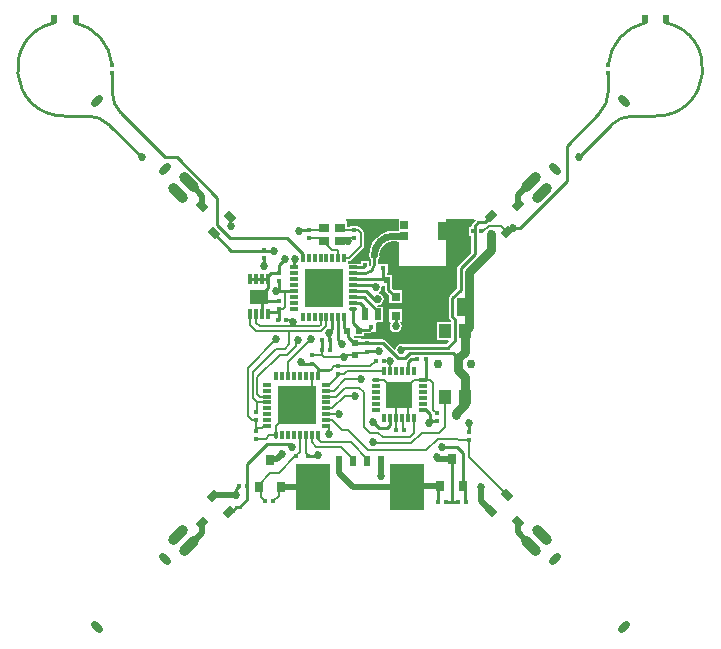
<source format=gtl>
%FSLAX25Y25*%
%MOIN*%
G70*
G01*
G75*
G04 Layer_Physical_Order=1*
G04 Layer_Color=255*
%ADD10C,0.01000*%
%ADD11C,0.01100*%
%ADD12C,0.02200*%
%ADD13R,0.01772X0.01575*%
%ADD14R,0.01575X0.01772*%
%ADD15R,0.02362X0.03347*%
%ADD16R,0.02756X0.03150*%
%ADD17R,0.03937X0.04724*%
%ADD18R,0.03150X0.02559*%
%ADD19R,0.03150X0.06299*%
%ADD20R,0.01181X0.03543*%
%ADD21R,0.06299X0.05118*%
%ADD22R,0.03543X0.03150*%
%ADD23R,0.01181X0.03150*%
%ADD24R,0.03150X0.01181*%
%ADD25O,0.03150X0.01181*%
%ADD26R,0.02559X0.03740*%
G04:AMPARAMS|DCode=27|XSize=37.4mil|YSize=25.59mil|CornerRadius=0mil|HoleSize=0mil|Usage=FLASHONLY|Rotation=135.000|XOffset=0mil|YOffset=0mil|HoleType=Round|Shape=Rectangle|*
%AMROTATEDRECTD27*
4,1,4,0.02227,-0.00418,0.00418,-0.02227,-0.02227,0.00418,-0.00418,0.02227,0.02227,-0.00418,0.0*
%
%ADD27ROTATEDRECTD27*%

G04:AMPARAMS|DCode=28|XSize=37.4mil|YSize=25.59mil|CornerRadius=0mil|HoleSize=0mil|Usage=FLASHONLY|Rotation=45.000|XOffset=0mil|YOffset=0mil|HoleType=Round|Shape=Rectangle|*
%AMROTATEDRECTD28*
4,1,4,-0.00418,-0.02227,-0.02227,-0.00418,0.00418,0.02227,0.02227,0.00418,-0.00418,-0.02227,0.0*
%
%ADD28ROTATEDRECTD28*%

%ADD29R,0.12598X0.12598*%
%ADD30R,0.12598X0.12598*%
%ADD31O,0.01181X0.03150*%
%ADD32R,0.03100X0.03100*%
%ADD33R,0.01969X0.03937*%
%ADD34R,0.05315X0.05906*%
%ADD35R,0.01969X0.02362*%
%ADD36R,0.02362X0.01969*%
%ADD37R,0.01181X0.01575*%
%ADD38R,0.11811X0.15748*%
%ADD39R,0.02205X0.02677*%
%ADD40C,0.02000*%
%ADD41C,0.00800*%
%ADD42C,0.03000*%
%ADD43C,0.02953*%
%ADD44O,0.02756X0.02953*%
G04:AMPARAMS|DCode=45|XSize=35.43mil|YSize=78.74mil|CornerRadius=0mil|HoleSize=0mil|Usage=FLASHONLY|Rotation=225.000|XOffset=0mil|YOffset=0mil|HoleType=Round|Shape=Round|*
%AMOVALD45*
21,1,0.04331,0.03543,0.00000,0.00000,315.0*
1,1,0.03543,-0.01531,0.01531*
1,1,0.03543,0.01531,-0.01531*
%
%ADD45OVALD45*%

G04:AMPARAMS|DCode=46|XSize=47.24mil|YSize=23.62mil|CornerRadius=0mil|HoleSize=0mil|Usage=FLASHONLY|Rotation=225.000|XOffset=0mil|YOffset=0mil|HoleType=Round|Shape=Round|*
%AMOVALD46*
21,1,0.02362,0.02362,0.00000,0.00000,225.0*
1,1,0.02362,0.00835,0.00835*
1,1,0.02362,-0.00835,-0.00835*
%
%ADD46OVALD46*%

G04:AMPARAMS|DCode=47|XSize=35.43mil|YSize=78.74mil|CornerRadius=0mil|HoleSize=0mil|Usage=FLASHONLY|Rotation=135.000|XOffset=0mil|YOffset=0mil|HoleType=Round|Shape=Round|*
%AMOVALD47*
21,1,0.04331,0.03543,0.00000,0.00000,225.0*
1,1,0.03543,0.01531,0.01531*
1,1,0.03543,-0.01531,-0.01531*
%
%ADD47OVALD47*%

G04:AMPARAMS|DCode=48|XSize=47.24mil|YSize=23.62mil|CornerRadius=0mil|HoleSize=0mil|Usage=FLASHONLY|Rotation=135.000|XOffset=0mil|YOffset=0mil|HoleType=Round|Shape=Round|*
%AMOVALD48*
21,1,0.02362,0.02362,0.00000,0.00000,135.0*
1,1,0.02362,0.00835,-0.00835*
1,1,0.02362,-0.00835,0.00835*
%
%ADD48OVALD48*%

%ADD49C,0.02700*%
G36*
X253543Y231496D02*
X244882D01*
Y240158D01*
X253543D01*
Y231496D01*
D02*
G37*
G36*
X274598Y294233D02*
X274695Y293998D01*
X273616Y292919D01*
X273373Y292555D01*
X273288Y292126D01*
X273288Y292126D01*
Y291653D01*
X272393D01*
Y288878D01*
X273288D01*
Y283142D01*
X268892Y278746D01*
X268649Y278382D01*
X268564Y277953D01*
X268564Y277953D01*
Y271331D01*
X266136Y268903D01*
X265893Y268539D01*
X265808Y268110D01*
X265808Y268110D01*
Y261811D01*
X265808Y261811D01*
X265893Y261382D01*
X266136Y261018D01*
X266595Y260559D01*
Y260049D01*
X261802D01*
Y254124D01*
X265665D01*
X265856Y253662D01*
X264890Y252696D01*
X250398D01*
X250000Y252776D01*
X249239Y252624D01*
X248594Y252193D01*
X248163Y251548D01*
X248055Y251005D01*
X247577Y250860D01*
X244494Y253943D01*
X244130Y254186D01*
X243701Y254271D01*
X243701Y254271D01*
X239970D01*
Y254439D01*
X237195D01*
Y254271D01*
X236427D01*
Y254734D01*
X234324D01*
X234212Y255004D01*
Y255275D01*
X234243Y255306D01*
D01*
X234243Y255306D01*
X237411D01*
Y256359D01*
X239173D01*
X239173Y256359D01*
X239602Y256444D01*
X239966Y256687D01*
X240159Y256880D01*
X241446D01*
Y259655D01*
X241446D01*
Y259676D01*
X241800Y260030D01*
X243907D01*
Y265167D01*
X242325D01*
X242000Y265492D01*
X242126Y265728D01*
X242887Y265880D01*
X243532Y266311D01*
X243963Y266956D01*
X244114Y267717D01*
X243963Y268477D01*
X243532Y269122D01*
X242887Y269553D01*
X242126Y269705D01*
X242122Y269704D01*
X242099Y269817D01*
X242744Y270248D01*
X243175Y270893D01*
X243327Y271654D01*
X243298Y271796D01*
X243576Y272212D01*
X243691Y272235D01*
X243691Y272235D01*
X243691Y272235D01*
X244548D01*
Y270817D01*
X244548Y270817D01*
X244633Y270387D01*
X244876Y270023D01*
X245882Y269018D01*
Y266304D01*
X250182D01*
Y270604D01*
X247468D01*
X246791Y271281D01*
Y272235D01*
X246860D01*
Y275797D01*
X245019D01*
Y276565D01*
X245384D01*
Y279340D01*
X242412D01*
D01*
X242412D01*
X242117Y279635D01*
Y280994D01*
X242171Y281030D01*
X242546Y281592D01*
X242678Y282256D01*
X242678D01*
X242655Y282281D01*
X242823Y283553D01*
X243324Y284762D01*
X244072Y285737D01*
X244139Y285782D01*
X244169Y285827D01*
X244954Y286430D01*
X245918Y286829D01*
X246900Y286958D01*
X246953Y286948D01*
X248613D01*
Y286802D01*
X249213D01*
Y278740D01*
X264961D01*
Y294460D01*
X274258D01*
X274598Y294233D01*
D02*
G37*
G36*
X249213Y290561D02*
X248613D01*
Y290414D01*
X246953D01*
Y290417D01*
X245500Y290274D01*
X244102Y289850D01*
X242815Y289162D01*
X241686Y288235D01*
X241683Y288239D01*
X240630Y286957D01*
X239848Y285494D01*
X239367Y283906D01*
X239204Y282256D01*
X239212D01*
X239344Y281592D01*
X239719Y281030D01*
X239772Y280994D01*
Y279066D01*
X239773Y279062D01*
X239746Y278927D01*
X239284Y278736D01*
X239183Y278803D01*
Y280423D01*
X236408D01*
Y279537D01*
X236033D01*
Y279537D01*
X232096D01*
Y280280D01*
X232480D01*
X232871Y280357D01*
X233201Y280578D01*
X237335Y284712D01*
X237556Y285043D01*
X237634Y285433D01*
Y289764D01*
X237556Y290154D01*
X237335Y290485D01*
X236351Y291469D01*
X236020Y291690D01*
X235864Y291721D01*
X235639Y291766D01*
Y292234D01*
X232865D01*
Y291768D01*
X231899D01*
Y293710D01*
X231496D01*
Y294460D01*
X249213D01*
Y290561D01*
D02*
G37*
%LPC*%
G36*
X250182Y264404D02*
X245882D01*
Y260104D01*
X246120D01*
X246356Y259663D01*
X246195Y259422D01*
X246043Y258661D01*
X246195Y257901D01*
X246626Y257256D01*
X247271Y256825D01*
X248031Y256673D01*
X248792Y256825D01*
X249437Y257256D01*
X249868Y257901D01*
X250020Y258661D01*
X249868Y259422D01*
X249437Y260067D01*
X249449Y260104D01*
X250182D01*
Y264404D01*
D02*
G37*
%LPD*%
D10*
X331346Y359887D02*
G03*
X318958Y345861I3300J-15398D01*
G01*
X153483D02*
G03*
X141095Y359887I-15688J-1373D01*
G01*
X153543Y336819D02*
G03*
X156472Y329748I10000J0D01*
G01*
X134496Y359887D02*
G03*
X137795Y328740I3300J-15398D01*
G01*
X152535Y325811D02*
G03*
X145464Y328740I-7071J-7071D01*
G01*
X315969Y329748D02*
G03*
X318898Y336819I-7071J7071D01*
G01*
X326977Y328740D02*
G03*
X319906Y325811I0J-10000D01*
G01*
X334646Y328740D02*
G03*
X337945Y359887I0J15748D01*
G01*
X238779Y250394D02*
X242520D01*
X198622Y200984D02*
Y212795D01*
X196063Y198425D02*
X198622Y200984D01*
X194882Y198425D02*
X196063D01*
X194882Y202362D02*
Y204528D01*
X195866Y205512D01*
X193701Y197244D02*
X194882Y198425D01*
X198622Y212795D02*
X205118Y219291D01*
X234646Y253150D02*
X243701D01*
X274410Y282677D02*
Y292126D01*
X250394Y251575D02*
X265354D01*
X267717Y253937D01*
Y261024D01*
X266929Y261811D02*
X267717Y261024D01*
X276634Y290265D02*
X276905D01*
X277953Y293307D02*
X279921Y295276D01*
X275590Y293307D02*
X277953D01*
X274410Y292126D02*
X275590Y293307D01*
X266929Y268110D02*
X269685Y270866D01*
X266929Y261811D02*
Y268110D01*
X287205Y291535D02*
X289567D01*
X305118Y307087D01*
Y318898D01*
X265354Y292520D02*
X266929D01*
X263386Y290551D02*
X265354Y292520D01*
X269685Y277953D02*
X274410Y282677D01*
X269685Y270866D02*
Y277953D01*
X211811Y288189D02*
X217126Y282874D01*
Y281299D02*
Y282874D01*
X214173Y278346D02*
Y280709D01*
X267323Y249606D02*
X268898Y248031D01*
X252756Y249606D02*
X267323D01*
X251181Y248031D02*
X252756Y249606D01*
X248819Y248031D02*
X251181D01*
X243701Y253150D02*
X248819Y248031D01*
X258071Y240945D02*
Y247638D01*
X253150D02*
X255315D01*
X252165Y246654D02*
X253150Y247638D01*
X171260Y314961D02*
X175197D01*
X188583Y301575D01*
Y292520D02*
Y301575D01*
Y292520D02*
X192913Y288189D01*
X211811D01*
X187402Y289764D02*
X193307Y283858D01*
X204331Y278740D02*
Y281299D01*
X209055Y279134D02*
X211024Y281102D01*
X209055Y276575D02*
Y279134D01*
X218898Y215354D02*
X221654D01*
X258071Y230906D02*
X259449Y229528D01*
Y227647D02*
Y229528D01*
X260127Y226969D02*
X261811D01*
X263386Y218504D02*
X268504D01*
X270472Y216535D01*
Y205512D02*
Y216535D01*
X202559Y268504D02*
X205512Y271457D01*
Y274410D01*
Y275590D02*
X206496Y276575D01*
X209055D01*
X203937Y267126D02*
X209055D01*
Y270669D02*
Y273819D01*
X211024Y270472D02*
X214173D01*
X209252D02*
X211024D01*
X209055Y263386D02*
Y264370D01*
Y260827D02*
Y263386D01*
X223425Y250787D02*
Y253937D01*
X233858Y272441D02*
X241339D01*
X226181Y250787D02*
Y253937D01*
X225984Y254331D02*
Y256299D01*
Y256693D02*
X226969Y257677D01*
Y261614D01*
X242520Y258071D02*
X242717Y258268D01*
X228937Y254134D02*
Y261614D01*
X232258Y255143D02*
Y256718D01*
Y255143D02*
X233858Y253543D01*
X233858Y259842D02*
X236221Y257480D01*
X236221Y257480D02*
X239173D01*
X239961Y258268D01*
X230906Y258071D02*
X231890Y257087D01*
X230906Y258071D02*
Y261614D01*
X247244Y261467D02*
X248031Y262254D01*
X245669Y270817D02*
X248031Y268454D01*
X262205Y200197D02*
Y204724D01*
X262008Y200000D02*
X262205Y200197D01*
X271260Y200197D02*
Y204724D01*
Y200197D02*
X271457Y200000D01*
X266732Y200197D02*
Y214567D01*
X264764Y200000D02*
X268701D01*
X233858Y259842D02*
Y264567D01*
X237635Y262598D02*
Y265121D01*
X237205Y278346D02*
X237795Y278937D01*
X233858Y278346D02*
X237205D01*
X233858Y274409D02*
X245079D01*
X245669Y270817D02*
Y273622D01*
X245276Y274016D02*
X245669Y273622D01*
X238189Y270472D02*
X241486Y267176D01*
X233858Y270472D02*
X238189D01*
X237402Y268504D02*
X242323Y263583D01*
X233858Y268504D02*
X237402D01*
X236221Y266535D02*
X237635Y265121D01*
X233858Y266535D02*
X236221D01*
X203543Y262598D02*
Y267520D01*
Y274410D02*
X205512D01*
X201575D02*
X203543D01*
X199606D02*
X201575D01*
X193307Y283858D02*
X208268D01*
X252165Y243701D02*
Y246654D01*
X222047Y242126D02*
Y244882D01*
X246260Y225787D02*
Y227953D01*
X245276Y224803D02*
X246260Y225787D01*
X242520Y224803D02*
X245276D01*
X240551Y226772D02*
X242520Y224803D01*
X222163Y244094D02*
X225984D01*
X243898Y274606D02*
Y277953D01*
X205118Y219291D02*
X212598D01*
X213386Y218504D01*
X216535Y246260D02*
X220079D01*
X205512Y263386D02*
X209055D01*
X259449Y227647D02*
X260127Y226969D01*
X248031Y258661D02*
Y262254D01*
X228937Y254134D02*
X230315Y252756D01*
X220079Y246260D02*
X220669D01*
X222047Y244882D01*
X215945Y290748D02*
X219291D01*
X215748Y290551D02*
X215945Y290748D01*
X272441Y223425D02*
Y226378D01*
X156472Y329748D02*
X171260Y314961D01*
X153543Y336819D02*
Y343110D01*
X318898Y336819D02*
Y343110D01*
X152535Y325811D02*
X163386Y314961D01*
X137795Y328740D02*
X145464D01*
X305118Y318898D02*
X315969Y329748D01*
X309055Y314961D02*
X319906Y325811D01*
X326977Y328740D02*
X334646D01*
D11*
X240158Y277165D02*
G03*
X240945Y279066I-1901J1901D01*
G01*
X238257Y276378D02*
G03*
X240158Y277165I0J2688D01*
G01*
X233858Y276378D02*
X238257D01*
X240945Y279066D02*
Y282256D01*
D12*
X242913Y287008D02*
G03*
X240945Y282256I4752J-4752D01*
G01*
X246953Y288681D02*
G03*
X242913Y287008I0J-5713D01*
G01*
X246953Y288681D02*
X250787D01*
D13*
X241535Y247244D02*
D03*
X244291D02*
D03*
X208858Y260630D02*
D03*
X211614D02*
D03*
X198622Y205512D02*
D03*
X195866D02*
D03*
X273879Y290265D02*
D03*
X276634D02*
D03*
X250984Y224016D02*
D03*
X248228D02*
D03*
X255315Y247638D02*
D03*
X258071D02*
D03*
X264764Y200000D02*
D03*
X262008D02*
D03*
X271457D02*
D03*
X268701D02*
D03*
X204528Y200394D02*
D03*
X207283D02*
D03*
X226181Y253937D02*
D03*
X223425D02*
D03*
X226181Y250787D02*
D03*
X223425D02*
D03*
X242717Y258268D02*
D03*
X239961D02*
D03*
X243898Y277953D02*
D03*
X246654D02*
D03*
D14*
X228740Y245472D02*
D03*
Y242717D02*
D03*
X201575Y227362D02*
D03*
Y230118D02*
D03*
X272441Y220669D02*
D03*
Y223425D02*
D03*
X204331Y284055D02*
D03*
Y281299D02*
D03*
X153543Y345866D02*
D03*
Y343110D02*
D03*
X318898Y345866D02*
D03*
Y343110D02*
D03*
X220079Y246260D02*
D03*
Y249016D02*
D03*
X261811Y226969D02*
D03*
Y229724D02*
D03*
X234252Y290748D02*
D03*
Y287992D02*
D03*
X219291D02*
D03*
Y290748D02*
D03*
X201575Y221063D02*
D03*
Y223819D02*
D03*
X209055Y267126D02*
D03*
Y264370D02*
D03*
X237795Y278937D02*
D03*
Y281693D02*
D03*
X238583Y252953D02*
D03*
Y250197D02*
D03*
X209055Y273819D02*
D03*
Y276575D02*
D03*
D15*
X233858Y213779D02*
D03*
X229134D02*
D03*
X238583D02*
D03*
X243307D02*
D03*
D16*
X224606Y198917D02*
D03*
X247835D02*
D03*
D17*
X264370Y235039D02*
D03*
X271063D02*
D03*
X264370Y257087D02*
D03*
X271063D02*
D03*
D18*
X250787Y292421D02*
D03*
Y288681D02*
D03*
D19*
X263386Y290551D02*
D03*
D20*
X205512Y274410D02*
D03*
X203543D02*
D03*
X201575D02*
D03*
X199606D02*
D03*
X205512Y262598D02*
D03*
X203543D02*
D03*
X201575D02*
D03*
X199606D02*
D03*
D21*
X202559Y268504D02*
D03*
D22*
X224016Y291535D02*
D03*
Y287205D02*
D03*
X229528Y291535D02*
D03*
Y287205D02*
D03*
D23*
X244291Y243701D02*
D03*
X246260D02*
D03*
X248228D02*
D03*
X250197D02*
D03*
X252165D02*
D03*
X254134D02*
D03*
Y227953D02*
D03*
X252165D02*
D03*
X250197D02*
D03*
X248228D02*
D03*
X246260D02*
D03*
X244291D02*
D03*
X230906Y261614D02*
D03*
X228937D02*
D03*
X226969D02*
D03*
X225000D02*
D03*
X223031D02*
D03*
X221063D02*
D03*
X219094D02*
D03*
X217126D02*
D03*
Y281299D02*
D03*
X219094D02*
D03*
X221063D02*
D03*
X223031D02*
D03*
X225000D02*
D03*
X226969D02*
D03*
X228937D02*
D03*
X230906D02*
D03*
X210236Y222441D02*
D03*
X212205D02*
D03*
X214173D02*
D03*
X216142D02*
D03*
X218110D02*
D03*
X220079D02*
D03*
X222047D02*
D03*
Y242126D02*
D03*
X220079D02*
D03*
X218110D02*
D03*
X216142D02*
D03*
X214173D02*
D03*
X212205D02*
D03*
X210236D02*
D03*
X208268D02*
D03*
D24*
X257087Y240748D02*
D03*
Y238779D02*
D03*
Y236811D02*
D03*
Y234842D02*
D03*
Y232874D02*
D03*
Y230906D02*
D03*
X241339D02*
D03*
Y232874D02*
D03*
Y234842D02*
D03*
Y236811D02*
D03*
Y238779D02*
D03*
X214173Y264567D02*
D03*
Y266535D02*
D03*
Y268504D02*
D03*
Y270472D02*
D03*
Y272441D02*
D03*
Y274409D02*
D03*
Y276378D02*
D03*
Y278346D02*
D03*
X233858D02*
D03*
Y276378D02*
D03*
Y274409D02*
D03*
Y272441D02*
D03*
Y270472D02*
D03*
Y268504D02*
D03*
Y266535D02*
D03*
X225000Y225394D02*
D03*
Y227362D02*
D03*
Y229331D02*
D03*
Y231299D02*
D03*
Y233268D02*
D03*
Y235236D02*
D03*
Y237205D02*
D03*
Y239173D02*
D03*
X205315D02*
D03*
Y237205D02*
D03*
Y235236D02*
D03*
Y233268D02*
D03*
Y231299D02*
D03*
Y229331D02*
D03*
Y227362D02*
D03*
Y225394D02*
D03*
D25*
X241339Y240748D02*
D03*
X233858Y264567D02*
D03*
D26*
X266732Y214567D02*
D03*
X270472Y205512D02*
D03*
X262992D02*
D03*
X202362Y205118D02*
D03*
X209842D02*
D03*
X206102Y214173D02*
D03*
D27*
X187402Y289764D02*
D03*
X192691Y295053D02*
D03*
X183643Y298811D02*
D03*
X288798Y193315D02*
D03*
X279750Y197073D02*
D03*
X285039Y202362D02*
D03*
D28*
X288969Y299034D02*
D03*
X285211Y289986D02*
D03*
X279921Y295276D02*
D03*
X192520Y196850D02*
D03*
X187230Y202140D02*
D03*
X183472Y193092D02*
D03*
D29*
X224016Y271457D02*
D03*
D30*
X215158Y232283D02*
D03*
D31*
X208268Y222441D02*
D03*
D32*
X248031Y262254D02*
D03*
Y268454D02*
D03*
D33*
X242323Y262598D02*
D03*
X237992D02*
D03*
D34*
X271161Y264961D02*
D03*
X262697D02*
D03*
D35*
X231890Y257087D02*
D03*
X235827D02*
D03*
X245276Y274016D02*
D03*
X249213D02*
D03*
D36*
X234646Y253150D02*
D03*
Y249213D02*
D03*
D37*
X214961Y215354D02*
D03*
X218898D02*
D03*
D38*
X220472Y205118D02*
D03*
X251969D02*
D03*
D39*
X331102Y361024D02*
D03*
X338189D02*
D03*
X141339D02*
D03*
X134252D02*
D03*
D40*
X261811Y214567D02*
X266732D01*
X276378Y200445D02*
X279750Y197073D01*
X276378Y200445D02*
Y205118D01*
X187453Y202362D02*
X194882D01*
X288798Y189943D02*
X293307Y185433D01*
X288798Y189943D02*
Y193315D01*
X183472Y189771D02*
Y193092D01*
X179134Y185433D02*
X183472Y189771D01*
X249606Y205118D02*
X250787Y206299D01*
X288969Y302355D02*
X293307Y306693D01*
X288969Y299034D02*
Y302355D01*
X179134Y306693D02*
X183643Y302183D01*
Y298811D02*
Y302183D01*
X209842Y205118D02*
X220472D01*
X206496Y214567D02*
X208661D01*
X252362Y205512D02*
X262992D01*
X243307Y208957D02*
Y213779D01*
X229134Y209842D02*
Y213779D01*
Y209842D02*
X233858Y205118D01*
X249606D01*
X208661Y214567D02*
X210236Y216142D01*
D41*
X250000Y232677D02*
Y239370D01*
X230315Y287992D02*
X234252D01*
X230315Y249213D02*
X234646D01*
X229528Y248425D02*
X230315Y249213D01*
X272441Y214961D02*
X285039Y202362D01*
X272441Y214961D02*
Y220669D01*
X277273Y290265D02*
X279056Y292049D01*
X283148D01*
X285211Y289986D01*
X246260Y243701D02*
Y247047D01*
X239567Y245276D02*
X241535Y247244D01*
X225787Y239173D02*
X228740Y242126D01*
Y242717D01*
X230906D01*
X231890Y243701D01*
X244291D01*
X256693Y223228D02*
X262598D01*
X253150Y219685D02*
X256693Y223228D01*
X240945Y219685D02*
X253150D01*
X264370Y225000D02*
Y235039D01*
X262598Y223228D02*
X264370Y225000D01*
X260630Y230906D02*
Y239764D01*
Y230906D02*
X261811Y229724D01*
X259646Y240748D02*
X260630Y239764D01*
X268504Y221260D02*
X269094Y220669D01*
X262205Y221260D02*
X268504D01*
X258268Y217323D02*
X262205Y221260D01*
X238976Y217323D02*
X258268D01*
X252756Y221654D02*
X254134Y223031D01*
Y227953D01*
X225984Y222835D02*
Y225197D01*
X248228Y224410D02*
Y227953D01*
X233071Y220079D02*
X238976Y214173D01*
X221654Y218504D02*
X229921D01*
X220079Y220079D02*
X221654Y218504D01*
X220079Y220079D02*
Y222441D01*
X229921Y218504D02*
X234252Y214173D01*
X223228Y220079D02*
X233071D01*
X209055Y202165D02*
Y204331D01*
X207283Y200394D02*
X209055Y202165D01*
X214567Y215354D02*
X216142Y216929D01*
X203150Y201772D02*
Y204331D01*
Y201772D02*
X204528Y200394D01*
X222047Y221260D02*
X223228Y220079D01*
X222047Y221260D02*
Y222441D01*
X216142Y216929D02*
Y222441D01*
X218110Y216535D02*
X218898Y215748D01*
X218110Y216535D02*
Y222441D01*
X202362Y205906D02*
X206299Y209842D01*
X209055D01*
X214567Y215354D01*
X214961D01*
X257087Y240748D02*
X259646D01*
X204134Y225394D02*
X205315D01*
X201575Y224803D02*
Y227362D01*
Y223819D02*
Y224803D01*
X203543D02*
X204134Y225394D01*
X205906Y222441D02*
X208268D01*
X204724Y221260D02*
X205906Y222441D01*
X201772Y221260D02*
X204724D01*
X201575Y221063D02*
X201772Y221260D01*
X211024Y264961D02*
Y270472D01*
X210630Y264567D02*
X211024Y264961D01*
X209252Y264567D02*
X210630D01*
X209055Y264370D02*
X209252Y264567D01*
X211614Y260630D02*
X213386D01*
X199606Y259055D02*
Y262598D01*
Y259055D02*
X201575Y257087D01*
Y259842D02*
Y262598D01*
Y259842D02*
X202756Y258661D01*
X223228Y257087D02*
X225000Y258858D01*
X201575Y257087D02*
X223228D01*
X225984Y254331D02*
X226378Y253937D01*
X225000Y258858D02*
Y261614D01*
X222441Y258661D02*
X223031Y259252D01*
Y261614D01*
X234252Y290748D02*
X235630D01*
X236614Y289764D01*
Y285433D02*
Y289764D01*
X230315Y290748D02*
X234252D01*
X219291D02*
X223228D01*
X219291Y287992D02*
X223228D01*
X224803Y286221D02*
X226772Y284252D01*
X228346D02*
X228937Y283661D01*
X226772Y284252D02*
X228346D01*
X228937Y281299D02*
Y283661D01*
X232480Y281299D02*
X236614Y285433D01*
X230906Y281299D02*
X232480D01*
X215158Y232283D02*
X220079Y237204D01*
X208268Y225393D02*
X215158Y232283D01*
X220079Y237204D02*
Y242126D01*
X208268Y222441D02*
Y225393D01*
X250000Y232677D02*
X251575D01*
X248819D02*
X250000D01*
Y239370D02*
X252756D01*
X245669D02*
X250000D01*
X248228Y232087D02*
X248819Y232677D01*
X251575D02*
X252165Y232087D01*
Y227953D02*
Y232087D01*
X248228Y227953D02*
Y232087D01*
X252756Y239370D02*
X254134Y240748D01*
X244291D02*
X245669Y239370D01*
X254134Y240748D02*
X257087D01*
X241339D02*
X244291D01*
X225000Y229331D02*
X229134D01*
X202953Y235236D02*
X205315D01*
X239370Y223228D02*
X242126D01*
X243701Y221654D01*
X252756D01*
X250197Y227953D02*
X250394Y227756D01*
Y224606D02*
Y227756D01*
Y224606D02*
X250984Y224016D01*
X227559Y245276D02*
X239567D01*
X226378Y244094D02*
X227559Y245276D01*
X201772Y233268D02*
X205315D01*
X201772Y230315D02*
Y233268D01*
X201969Y236221D02*
X202953Y235236D01*
X200394Y234646D02*
X201772Y233268D01*
X200197Y227362D02*
X201575D01*
X198819Y228740D02*
X200197Y227362D01*
X212205Y246850D02*
X219685Y254331D01*
X212205Y242126D02*
Y246850D01*
X211811Y249213D02*
X214764Y252165D01*
Y253346D01*
X211024Y251181D02*
X212598Y252756D01*
Y257087D01*
X202756Y258661D02*
X222441D01*
X237402Y225197D02*
X239370Y223228D01*
X198819Y228740D02*
Y244882D01*
X208268Y254331D01*
X200394Y234646D02*
Y243307D01*
X208268Y251181D01*
X211024D01*
X201969Y236221D02*
Y241732D01*
X209449Y249213D01*
X211811D01*
X225000Y227362D02*
X226969D01*
X230266Y224065D01*
X225000Y231299D02*
X226969D01*
X231102Y235433D01*
X230266Y224065D02*
X232234D01*
X238976Y217323D01*
X235827Y238189D02*
X237402Y236614D01*
Y225197D02*
Y236614D01*
X231102Y235433D02*
X234646D01*
X225000Y237205D02*
X227362D01*
X231102Y240945D01*
X236614D01*
X225000Y235236D02*
X228150D01*
X231102Y238189D01*
X235827D01*
X201575Y224803D02*
X203543D01*
X223425Y249016D02*
X224016Y248425D01*
X223425Y249016D02*
Y250787D01*
X220079Y249016D02*
X223425D01*
X224016Y248425D02*
X229528D01*
X237992Y249606D02*
X238583Y250197D01*
X235039Y249606D02*
X237992D01*
X269094Y220669D02*
X272441D01*
D42*
Y258465D02*
Y276772D01*
X268110Y229921D02*
X271063Y232874D01*
X268110Y229134D02*
Y229921D01*
X279921Y284252D02*
Y289370D01*
X272441Y276772D02*
X279921Y284252D01*
X271063Y257087D02*
X272441Y258465D01*
X271063Y250197D02*
Y257087D01*
X268898Y248031D02*
X271063Y250197D01*
X268898Y244094D02*
Y248031D01*
Y244094D02*
X271063Y241929D01*
Y235039D02*
Y241929D01*
D43*
X273130Y246063D02*
D03*
D44*
X262303D02*
D03*
D45*
X296850Y188976D02*
D03*
X293307Y185433D02*
D03*
X179134Y306693D02*
D03*
X175591Y303150D02*
D03*
D46*
X324016Y158268D02*
D03*
X301181Y181102D02*
D03*
X171260Y311024D02*
D03*
X148425Y333858D02*
D03*
D47*
X179134Y185433D02*
D03*
X175591Y188976D02*
D03*
X293307Y306693D02*
D03*
X296850Y303150D02*
D03*
D48*
X148425Y158268D02*
D03*
X171260Y181102D02*
D03*
X324016Y333858D02*
D03*
X301181Y311024D02*
D03*
D49*
X242520Y250394D02*
D03*
X219685Y267323D02*
D03*
X228346D02*
D03*
Y275590D02*
D03*
X276378Y205118D02*
D03*
X268110Y229134D02*
D03*
X309055Y314961D02*
D03*
X266929Y281102D02*
D03*
X287205Y291535D02*
D03*
X279921Y289370D02*
D03*
X252756Y259449D02*
D03*
X214567Y281102D02*
D03*
X257480Y254724D02*
D03*
X252756D02*
D03*
X257480Y259449D02*
D03*
X272441Y226378D02*
D03*
X163386Y314961D02*
D03*
X194882Y202362D02*
D03*
X193307Y292126D02*
D03*
X204331Y278740D02*
D03*
X211024Y281102D02*
D03*
X234646Y235433D02*
D03*
X250000Y250787D02*
D03*
X236614Y240945D02*
D03*
X222047Y215748D02*
D03*
X210236Y216142D02*
D03*
X215158Y232283D02*
D03*
X213386Y218504D02*
D03*
X240551Y220079D02*
D03*
X263386Y218504D02*
D03*
X225984Y222835D02*
D03*
X246063Y247244D02*
D03*
X208268Y270472D02*
D03*
X213779Y260236D02*
D03*
X215748Y290551D02*
D03*
X225984Y256299D02*
D03*
X261811Y214961D02*
D03*
X219685Y275590D02*
D03*
X241339Y271654D02*
D03*
X242126Y267717D02*
D03*
X232283Y287008D02*
D03*
X220472Y200787D02*
D03*
X224016D02*
D03*
X216929D02*
D03*
X224016Y209449D02*
D03*
X248425D02*
D03*
X251969D02*
D03*
X255512D02*
D03*
X216929D02*
D03*
X220472D02*
D03*
X251969Y200787D02*
D03*
X248425D02*
D03*
X229134Y229331D02*
D03*
X243307Y208661D02*
D03*
X207480Y283858D02*
D03*
X259055Y226378D02*
D03*
X240551Y226772D02*
D03*
X216535Y246850D02*
D03*
X219685Y254331D02*
D03*
X246457Y292520D02*
D03*
X242520Y291339D02*
D03*
X239370Y288583D02*
D03*
X247244Y285039D02*
D03*
X251969Y277165D02*
D03*
X257087D02*
D03*
X262205D02*
D03*
X266929Y292520D02*
D03*
Y286614D02*
D03*
X247244Y281102D02*
D03*
X215354Y253937D02*
D03*
X255512Y200787D02*
D03*
X208268Y254331D02*
D03*
X230315Y252756D02*
D03*
X248031Y258661D02*
D03*
X230709Y248425D02*
D03*
X249213Y235433D02*
D03*
M02*

</source>
